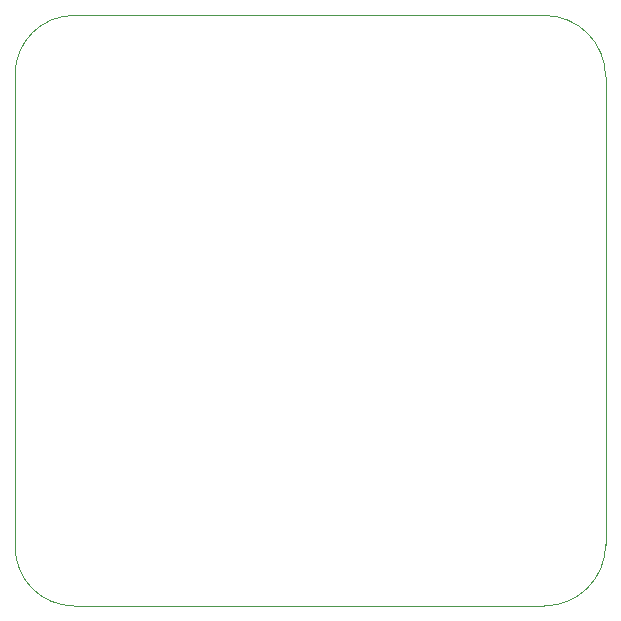
<source format=gbr>
%TF.GenerationSoftware,KiCad,Pcbnew,(5.1.10-1-10_14)*%
%TF.CreationDate,2022-04-25T19:01:15+02:00*%
%TF.ProjectId,STM32_USB_BuckConvertor,53544d33-325f-4555-9342-5f4275636b43,rev?*%
%TF.SameCoordinates,Original*%
%TF.FileFunction,Profile,NP*%
%FSLAX46Y46*%
G04 Gerber Fmt 4.6, Leading zero omitted, Abs format (unit mm)*
G04 Created by KiCad (PCBNEW (5.1.10-1-10_14)) date 2022-04-25 19:01:15*
%MOMM*%
%LPD*%
G01*
G04 APERTURE LIST*
%TA.AperFunction,Profile*%
%ADD10C,0.050000*%
%TD*%
G04 APERTURE END LIST*
D10*
X80000000Y-64800000D02*
G75*
G02*
X74800000Y-70000000I-5200000J0D01*
G01*
X35000000Y-70000000D02*
G75*
G02*
X30000000Y-65000000I0J5000000D01*
G01*
X30000000Y-25000000D02*
G75*
G02*
X35000000Y-20000000I5000000J0D01*
G01*
X74800000Y-20000000D02*
G75*
G02*
X80000000Y-25200000I0J-5200000D01*
G01*
X30000000Y-65000000D02*
X30000000Y-25000000D01*
X74800000Y-70000000D02*
X35000000Y-70000000D01*
X80000000Y-25200000D02*
X80000000Y-64800000D01*
X35000000Y-20000000D02*
X74800000Y-20000000D01*
M02*

</source>
